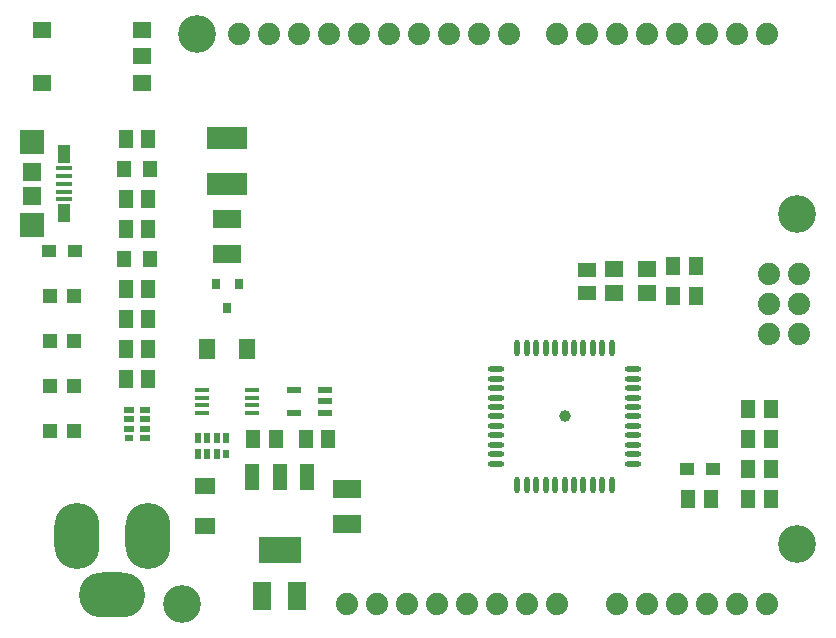
<source format=gtp>
G04 (created by PCBNEW-RS274X (2012-01-19 BZR 3256)-stable) date 2013/3/11 15:33:10*
G01*
G70*
G90*
%MOIN*%
G04 Gerber Fmt 3.4, Leading zero omitted, Abs format*
%FSLAX34Y34*%
G04 APERTURE LIST*
%ADD10C,0.000100*%
%ADD11C,0.074000*%
%ADD12R,0.047200X0.047200*%
%ADD13R,0.047900X0.087900*%
%ADD14R,0.141700X0.086600*%
%ADD15R,0.047200X0.021600*%
%ADD16R,0.031000X0.035000*%
%ADD17O,0.220000X0.150000*%
%ADD18O,0.150000X0.220000*%
%ADD19R,0.062900X0.055100*%
%ADD20R,0.047200X0.055100*%
%ADD21R,0.062900X0.094400*%
%ADD22R,0.094400X0.062900*%
%ADD23C,0.126000*%
%ADD24R,0.047200X0.011800*%
%ADD25O,0.055100X0.017700*%
%ADD26O,0.017700X0.055100*%
%ADD27C,0.039300*%
%ADD28R,0.047200X0.039300*%
%ADD29R,0.133800X0.074800*%
%ADD30R,0.051100X0.059000*%
%ADD31R,0.059000X0.051100*%
%ADD32R,0.019600X0.033000*%
%ADD33R,0.019600X0.030000*%
%ADD34R,0.033000X0.019600*%
%ADD35R,0.030000X0.019600*%
%ADD36R,0.070800X0.055100*%
%ADD37R,0.055100X0.070800*%
%ADD38R,0.053000X0.016000*%
%ADD39R,0.081000X0.081000*%
%ADD40R,0.040000X0.060000*%
%ADD41R,0.060000X0.060000*%
%ADD42R,0.062900X0.053100*%
G04 APERTURE END LIST*
G54D10*
G54D11*
X53300Y-40500D03*
X54300Y-40500D03*
X53300Y-41500D03*
X54300Y-41500D03*
X53300Y-42500D03*
X54300Y-42500D03*
G54D12*
X30163Y-41250D03*
X29337Y-41250D03*
X30163Y-42750D03*
X29337Y-42750D03*
X30163Y-44250D03*
X29337Y-44250D03*
X30163Y-45750D03*
X29337Y-45750D03*
G54D13*
X37909Y-47280D03*
X37000Y-47280D03*
X36091Y-47280D03*
G54D14*
X37000Y-49720D03*
G54D15*
X38511Y-45124D03*
X38511Y-44750D03*
X38511Y-44376D03*
X37489Y-44376D03*
X37489Y-45124D03*
G54D16*
X35260Y-41650D03*
X34880Y-40850D03*
X35640Y-40850D03*
G54D17*
X31420Y-51200D03*
G54D18*
X32600Y-49230D03*
X30240Y-49230D03*
G54D19*
X32403Y-34135D03*
X29097Y-34135D03*
X32403Y-32365D03*
X29097Y-32365D03*
X32403Y-33250D03*
G54D20*
X31817Y-40000D03*
X32683Y-40000D03*
X31817Y-37000D03*
X32683Y-37000D03*
G54D21*
X36410Y-51250D03*
X37590Y-51250D03*
G54D22*
X39250Y-47660D03*
X39250Y-48840D03*
G54D23*
X34250Y-32500D03*
X54250Y-38500D03*
X33750Y-51500D03*
X54250Y-49500D03*
G54D24*
X34419Y-44366D03*
X34419Y-44622D03*
X34419Y-44877D03*
X34419Y-45133D03*
X36081Y-45133D03*
X36081Y-44877D03*
X36081Y-44622D03*
X36081Y-44366D03*
G54D25*
X48783Y-46824D03*
X48783Y-46509D03*
X48783Y-46194D03*
X48783Y-45879D03*
X48783Y-45564D03*
X48783Y-45250D03*
X48783Y-44936D03*
X48783Y-44621D03*
X48783Y-44306D03*
X48783Y-43991D03*
X48783Y-43676D03*
G54D26*
X48074Y-42967D03*
X47759Y-42967D03*
X47444Y-42967D03*
X47129Y-42967D03*
X46814Y-42967D03*
X46500Y-42967D03*
X46186Y-42967D03*
X45871Y-42967D03*
X45556Y-42967D03*
X45241Y-42967D03*
X44926Y-42967D03*
G54D25*
X44217Y-43676D03*
X44217Y-43991D03*
X44217Y-44306D03*
X44217Y-44621D03*
X44217Y-44936D03*
X44217Y-45250D03*
X44217Y-45564D03*
X44217Y-45879D03*
X44217Y-46194D03*
X44217Y-46509D03*
X44217Y-46824D03*
G54D26*
X44926Y-47533D03*
X45241Y-47533D03*
X45556Y-47533D03*
X45871Y-47533D03*
X46186Y-47533D03*
X46500Y-47533D03*
X46814Y-47533D03*
X47129Y-47533D03*
X47444Y-47533D03*
X47759Y-47533D03*
X48074Y-47533D03*
G54D27*
X46500Y-45250D03*
G54D28*
X51433Y-47000D03*
X50567Y-47000D03*
X29317Y-39750D03*
X30183Y-39750D03*
G54D22*
X35250Y-38660D03*
X35250Y-39840D03*
G54D29*
X35250Y-35983D03*
X35250Y-37517D03*
G54D11*
X37650Y-32500D03*
X38650Y-32500D03*
X43650Y-32500D03*
X42650Y-32500D03*
X41650Y-32500D03*
X40650Y-32500D03*
X39650Y-32500D03*
X36650Y-32500D03*
X35650Y-32500D03*
X44650Y-32500D03*
X52250Y-32500D03*
X51250Y-32500D03*
X50250Y-32500D03*
X49250Y-32500D03*
X48250Y-32500D03*
X47250Y-32500D03*
X46250Y-32500D03*
X53250Y-32500D03*
X48250Y-51500D03*
X49250Y-51500D03*
X50250Y-51500D03*
X51250Y-51500D03*
X52250Y-51500D03*
X53250Y-51500D03*
X40250Y-51500D03*
X41250Y-51500D03*
X42250Y-51500D03*
X43250Y-51500D03*
X44250Y-51500D03*
X45250Y-51500D03*
X46250Y-51500D03*
X39250Y-51500D03*
G54D30*
X31876Y-41000D03*
X32624Y-41000D03*
X53374Y-45000D03*
X52626Y-45000D03*
X37876Y-46000D03*
X38624Y-46000D03*
X36126Y-46000D03*
X36874Y-46000D03*
X50874Y-41250D03*
X50126Y-41250D03*
X31876Y-42000D03*
X32624Y-42000D03*
X31876Y-44000D03*
X32624Y-44000D03*
X50874Y-40250D03*
X50126Y-40250D03*
X51374Y-48000D03*
X50626Y-48000D03*
X52626Y-47000D03*
X53374Y-47000D03*
X32624Y-36000D03*
X31876Y-36000D03*
X31876Y-43000D03*
X32624Y-43000D03*
X53374Y-46000D03*
X52626Y-46000D03*
X53374Y-48000D03*
X52626Y-48000D03*
G54D31*
X47250Y-40376D03*
X47250Y-41124D03*
G54D30*
X31876Y-39000D03*
X32624Y-39000D03*
X31876Y-38000D03*
X32624Y-38000D03*
G54D32*
X34278Y-46515D03*
X34593Y-46515D03*
X34907Y-46515D03*
G54D33*
X35222Y-46515D03*
G54D32*
X35222Y-45985D03*
X34907Y-45985D03*
X34593Y-45985D03*
X34278Y-45985D03*
G54D34*
X31985Y-45028D03*
X31985Y-45343D03*
X31985Y-45657D03*
G54D35*
X31985Y-45972D03*
G54D34*
X32515Y-45972D03*
X32515Y-45657D03*
X32515Y-45343D03*
X32515Y-45028D03*
G54D36*
X34500Y-48919D03*
X34500Y-47581D03*
G54D37*
X34581Y-43000D03*
X35919Y-43000D03*
G54D38*
X29810Y-36980D03*
X29810Y-37240D03*
X29810Y-37500D03*
X29810Y-37760D03*
X29810Y-38020D03*
G54D39*
X28750Y-36120D03*
X28750Y-38880D03*
G54D40*
X29810Y-36520D03*
X29810Y-38480D03*
G54D41*
X28750Y-37100D03*
X28750Y-37900D03*
G54D42*
X49250Y-40350D03*
X48150Y-40350D03*
X48150Y-41150D03*
X49250Y-41150D03*
M02*

</source>
